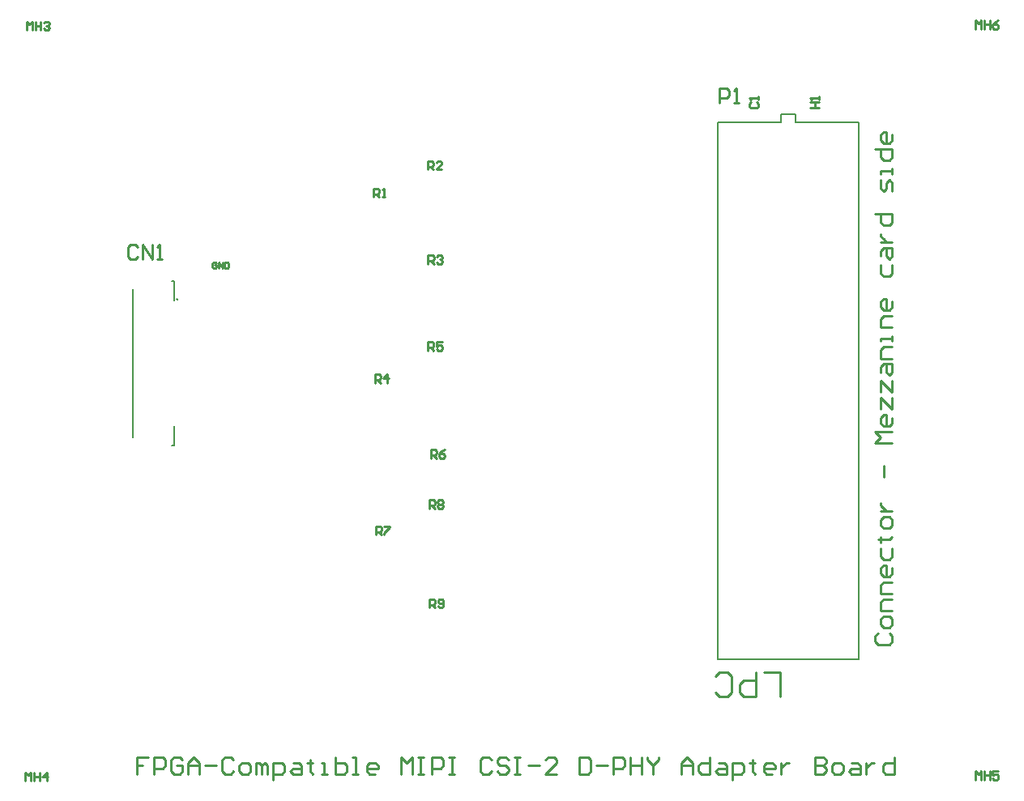
<source format=gto>
G04*
G04 #@! TF.GenerationSoftware,Altium Limited,Altium Designer,21.4.1 (30)*
G04*
G04 Layer_Color=65535*
%FSLAX42Y42*%
%MOMM*%
G71*
G04*
G04 #@! TF.SameCoordinates,E2F270B4-6BBA-4985-9D84-7226317FA361*
G04*
G04*
G04 #@! TF.FilePolarity,Positive*
G04*
G01*
G75*
%ADD10C,0.14*%
%ADD11C,0.20*%
%ADD12C,0.13*%
%ADD13C,0.23*%
D10*
X5882Y8371D02*
G03*
X5882Y8371I-7J0D01*
G01*
D11*
X11529Y4613D02*
Y10222D01*
X12997Y4613D02*
Y10222D01*
X11529Y4613D02*
X12997D01*
X12187Y10310D02*
X12339D01*
X12187Y10222D02*
Y10310D01*
X12339Y10222D02*
Y10310D01*
X11529Y10222D02*
X12187D01*
X12339D02*
X12997D01*
D12*
X5410Y6929D02*
Y8481D01*
X5848Y6846D02*
Y7051D01*
X5815Y6846D02*
X5848D01*
X5815Y8566D02*
X5848D01*
Y8361D02*
Y8566D01*
D13*
X8511Y5150D02*
Y5239D01*
X8556D01*
X8570Y5224D01*
Y5194D01*
X8556Y5179D01*
X8511D01*
X8541D02*
X8570Y5150D01*
X8600Y5165D02*
X8615Y5150D01*
X8644D01*
X8659Y5165D01*
Y5224D01*
X8644Y5239D01*
X8615D01*
X8600Y5224D01*
Y5209D01*
X8615Y5194D01*
X8659D01*
X11544Y10427D02*
Y10579D01*
X11621D01*
X11646Y10554D01*
Y10503D01*
X11621Y10478D01*
X11544D01*
X11697Y10427D02*
X11747D01*
X11722D01*
Y10579D01*
X11697Y10554D01*
X13200Y4881D02*
X13170Y4851D01*
Y4792D01*
X13200Y4762D01*
X13318D01*
X13348Y4792D01*
Y4851D01*
X13318Y4881D01*
X13348Y4970D02*
Y5029D01*
X13318Y5059D01*
X13259D01*
X13229Y5029D01*
Y4970D01*
X13259Y4940D01*
X13318D01*
X13348Y4970D01*
Y5118D02*
X13229D01*
Y5207D01*
X13259Y5236D01*
X13348D01*
Y5296D02*
X13229D01*
Y5385D01*
X13259Y5414D01*
X13348D01*
Y5562D02*
Y5503D01*
X13318Y5473D01*
X13259D01*
X13229Y5503D01*
Y5562D01*
X13259Y5592D01*
X13288D01*
Y5473D01*
X13229Y5770D02*
Y5681D01*
X13259Y5651D01*
X13318D01*
X13348Y5681D01*
Y5770D01*
X13200Y5859D02*
X13229D01*
Y5829D01*
Y5888D01*
Y5859D01*
X13318D01*
X13348Y5888D01*
Y6007D02*
Y6066D01*
X13318Y6096D01*
X13259D01*
X13229Y6066D01*
Y6007D01*
X13259Y5977D01*
X13318D01*
X13348Y6007D01*
X13229Y6155D02*
X13348D01*
X13288D01*
X13259Y6184D01*
X13229Y6214D01*
Y6244D01*
X13259Y6510D02*
Y6629D01*
X13348Y6866D02*
X13170D01*
X13229Y6925D01*
X13170Y6984D01*
X13348D01*
Y7132D02*
Y7073D01*
X13318Y7044D01*
X13259D01*
X13229Y7073D01*
Y7132D01*
X13259Y7162D01*
X13288D01*
Y7044D01*
X13229Y7221D02*
Y7340D01*
X13348Y7221D01*
Y7340D01*
X13229Y7399D02*
Y7518D01*
X13348Y7399D01*
Y7518D01*
X13229Y7606D02*
Y7666D01*
X13259Y7695D01*
X13348D01*
Y7606D01*
X13318Y7577D01*
X13288Y7606D01*
Y7695D01*
X13348Y7754D02*
X13229D01*
Y7843D01*
X13259Y7873D01*
X13348D01*
Y7932D02*
Y7991D01*
Y7962D01*
X13229D01*
Y7932D01*
X13348Y8080D02*
X13229D01*
Y8169D01*
X13259Y8199D01*
X13348D01*
Y8347D02*
Y8288D01*
X13318Y8258D01*
X13259D01*
X13229Y8288D01*
Y8347D01*
X13259Y8377D01*
X13288D01*
Y8258D01*
X13229Y8732D02*
Y8643D01*
X13259Y8614D01*
X13318D01*
X13348Y8643D01*
Y8732D01*
X13229Y8821D02*
Y8880D01*
X13259Y8910D01*
X13348D01*
Y8821D01*
X13318Y8791D01*
X13288Y8821D01*
Y8910D01*
X13229Y8969D02*
X13348D01*
X13288D01*
X13259Y8999D01*
X13229Y9028D01*
Y9058D01*
X13170Y9265D02*
X13348D01*
Y9176D01*
X13318Y9147D01*
X13259D01*
X13229Y9176D01*
Y9265D01*
X13348Y9502D02*
Y9591D01*
X13318Y9621D01*
X13288Y9591D01*
Y9532D01*
X13259Y9502D01*
X13229Y9532D01*
Y9621D01*
X13348Y9680D02*
Y9739D01*
Y9710D01*
X13229D01*
Y9680D01*
X13170Y9947D02*
X13348D01*
Y9858D01*
X13318Y9828D01*
X13259D01*
X13229Y9858D01*
Y9947D01*
X13348Y10095D02*
Y10036D01*
X13318Y10006D01*
X13259D01*
X13229Y10036D01*
Y10095D01*
X13259Y10124D01*
X13288D01*
Y10006D01*
X12494Y10373D02*
X12582D01*
X12538D01*
Y10432D01*
X12494D01*
X12582D01*
Y10461D02*
Y10491D01*
Y10476D01*
X12494D01*
X12508Y10461D01*
X11873Y10432D02*
X11859Y10417D01*
Y10387D01*
X11873Y10373D01*
X11933D01*
X11947Y10387D01*
Y10417D01*
X11933Y10432D01*
X11947Y10461D02*
Y10491D01*
Y10476D01*
X11859D01*
X11873Y10461D01*
X12179Y4216D02*
Y4470D01*
X12010D01*
X11925D02*
Y4216D01*
X11798D01*
X11756Y4259D01*
Y4343D01*
X11798Y4386D01*
X11925D01*
X11502Y4259D02*
X11545Y4216D01*
X11629D01*
X11671Y4259D01*
Y4428D01*
X11629Y4470D01*
X11545D01*
X11502Y4428D01*
X5461Y8915D02*
X5436Y8941D01*
X5385D01*
X5359Y8915D01*
Y8814D01*
X5385Y8788D01*
X5436D01*
X5461Y8814D01*
X5512Y8788D02*
Y8941D01*
X5613Y8788D01*
Y8941D01*
X5664Y8788D02*
X5715D01*
X5690D01*
Y8941D01*
X5664Y8915D01*
X7929Y9442D02*
Y9531D01*
X7973D01*
X7988Y9517D01*
Y9487D01*
X7973Y9472D01*
X7929D01*
X7959D02*
X7988Y9442D01*
X8018D02*
X8048D01*
X8033D01*
Y9531D01*
X8018Y9517D01*
X8494Y9728D02*
Y9817D01*
X8538D01*
X8553Y9802D01*
Y9773D01*
X8538Y9758D01*
X8494D01*
X8523D02*
X8553Y9728D01*
X8642D02*
X8583D01*
X8642Y9787D01*
Y9802D01*
X8627Y9817D01*
X8597D01*
X8583Y9802D01*
X8498Y8744D02*
Y8833D01*
X8543D01*
X8558Y8818D01*
Y8788D01*
X8543Y8774D01*
X8498D01*
X8528D02*
X8558Y8744D01*
X8587Y8818D02*
X8602Y8833D01*
X8632D01*
X8647Y8818D01*
Y8803D01*
X8632Y8788D01*
X8617D01*
X8632D01*
X8647Y8774D01*
Y8759D01*
X8632Y8744D01*
X8602D01*
X8587Y8759D01*
X7940Y7499D02*
Y7588D01*
X7984D01*
X7999Y7573D01*
Y7544D01*
X7984Y7529D01*
X7940D01*
X7969D02*
X7999Y7499D01*
X8073D02*
Y7588D01*
X8029Y7544D01*
X8088D01*
X8496Y7836D02*
Y7925D01*
X8541D01*
X8556Y7910D01*
Y7880D01*
X8541Y7866D01*
X8496D01*
X8526D02*
X8556Y7836D01*
X8644Y7925D02*
X8585D01*
Y7880D01*
X8615Y7895D01*
X8630D01*
X8644Y7880D01*
Y7851D01*
X8630Y7836D01*
X8600D01*
X8585Y7851D01*
X8524Y6712D02*
Y6801D01*
X8568D01*
X8583Y6786D01*
Y6756D01*
X8568Y6742D01*
X8524D01*
X8553D02*
X8583Y6712D01*
X8672Y6801D02*
X8642Y6786D01*
X8613Y6756D01*
Y6727D01*
X8628Y6712D01*
X8657D01*
X8672Y6727D01*
Y6742D01*
X8657Y6756D01*
X8613D01*
X7952Y5912D02*
Y6001D01*
X7997D01*
X8012Y5986D01*
Y5956D01*
X7997Y5941D01*
X7952D01*
X7982D02*
X8012Y5912D01*
X8041Y6001D02*
X8100D01*
Y5986D01*
X8041Y5927D01*
Y5912D01*
X8509Y6185D02*
Y6274D01*
X8553D01*
X8568Y6259D01*
Y6229D01*
X8553Y6215D01*
X8509D01*
X8539D02*
X8568Y6185D01*
X8598Y6259D02*
X8613Y6274D01*
X8642D01*
X8657Y6259D01*
Y6244D01*
X8642Y6229D01*
X8657Y6215D01*
Y6200D01*
X8642Y6185D01*
X8613D01*
X8598Y6200D01*
Y6215D01*
X8613Y6229D01*
X8598Y6244D01*
Y6259D01*
X8613Y6229D02*
X8642D01*
X14221Y11199D02*
Y11288D01*
X14251Y11258D01*
X14281Y11288D01*
Y11199D01*
X14310Y11288D02*
Y11199D01*
Y11243D01*
X14370D01*
Y11288D01*
Y11199D01*
X14458Y11288D02*
X14429Y11273D01*
X14399Y11243D01*
Y11214D01*
X14414Y11199D01*
X14444D01*
X14458Y11214D01*
Y11228D01*
X14444Y11243D01*
X14399D01*
X14221Y3350D02*
Y3439D01*
X14251Y3410D01*
X14281Y3439D01*
Y3350D01*
X14310Y3439D02*
Y3350D01*
Y3395D01*
X14370D01*
Y3439D01*
Y3350D01*
X14458Y3439D02*
X14399D01*
Y3395D01*
X14429Y3410D01*
X14444D01*
X14458Y3395D01*
Y3365D01*
X14444Y3350D01*
X14414D01*
X14399Y3365D01*
X4290Y3338D02*
Y3426D01*
X4320Y3397D01*
X4349Y3426D01*
Y3338D01*
X4379Y3426D02*
Y3338D01*
Y3382D01*
X4438D01*
Y3426D01*
Y3338D01*
X4512D02*
Y3426D01*
X4468Y3382D01*
X4527D01*
X4303Y11186D02*
Y11275D01*
X4332Y11245D01*
X4362Y11275D01*
Y11186D01*
X4392Y11275D02*
Y11186D01*
Y11231D01*
X4451D01*
Y11275D01*
Y11186D01*
X4481Y11260D02*
X4495Y11275D01*
X4525D01*
X4540Y11260D01*
Y11245D01*
X4525Y11231D01*
X4510D01*
X4525D01*
X4540Y11216D01*
Y11201D01*
X4525Y11186D01*
X4495D01*
X4481Y11201D01*
X6288Y8750D02*
X6278Y8760D01*
X6256D01*
X6246Y8750D01*
Y8708D01*
X6256Y8697D01*
X6278D01*
X6288Y8708D01*
Y8729D01*
X6267D01*
X6309Y8697D02*
Y8760D01*
X6352Y8697D01*
Y8760D01*
X6373D02*
Y8697D01*
X6405D01*
X6415Y8708D01*
Y8750D01*
X6405Y8760D01*
X6373D01*
X5577Y3587D02*
X5458D01*
Y3498D01*
X5518D01*
X5458D01*
Y3410D01*
X5636D02*
Y3587D01*
X5725D01*
X5755Y3558D01*
Y3498D01*
X5725Y3469D01*
X5636D01*
X5932Y3558D02*
X5903Y3587D01*
X5844D01*
X5814Y3558D01*
Y3439D01*
X5844Y3410D01*
X5903D01*
X5932Y3439D01*
Y3498D01*
X5873D01*
X5992Y3410D02*
Y3528D01*
X6051Y3587D01*
X6110Y3528D01*
Y3410D01*
Y3498D01*
X5992D01*
X6169D02*
X6288D01*
X6466Y3558D02*
X6436Y3587D01*
X6377D01*
X6347Y3558D01*
Y3439D01*
X6377Y3410D01*
X6436D01*
X6466Y3439D01*
X6555Y3410D02*
X6614D01*
X6643Y3439D01*
Y3498D01*
X6614Y3528D01*
X6555D01*
X6525Y3498D01*
Y3439D01*
X6555Y3410D01*
X6703D02*
Y3528D01*
X6732D01*
X6762Y3498D01*
Y3410D01*
Y3498D01*
X6792Y3528D01*
X6821Y3498D01*
Y3410D01*
X6880Y3350D02*
Y3528D01*
X6969D01*
X6999Y3498D01*
Y3439D01*
X6969Y3410D01*
X6880D01*
X7088Y3528D02*
X7147D01*
X7177Y3498D01*
Y3410D01*
X7088D01*
X7058Y3439D01*
X7088Y3469D01*
X7177D01*
X7266Y3558D02*
Y3528D01*
X7236D01*
X7295D01*
X7266D01*
Y3439D01*
X7295Y3410D01*
X7384D02*
X7443D01*
X7414D01*
Y3528D01*
X7384D01*
X7532Y3587D02*
Y3410D01*
X7621D01*
X7651Y3439D01*
Y3469D01*
Y3498D01*
X7621Y3528D01*
X7532D01*
X7710Y3410D02*
X7769D01*
X7739D01*
Y3587D01*
X7710D01*
X7947Y3410D02*
X7888D01*
X7858Y3439D01*
Y3498D01*
X7888Y3528D01*
X7947D01*
X7976Y3498D01*
Y3469D01*
X7858D01*
X8213Y3410D02*
Y3587D01*
X8273Y3528D01*
X8332Y3587D01*
Y3410D01*
X8391Y3587D02*
X8450D01*
X8421D01*
Y3410D01*
X8391D01*
X8450D01*
X8539D02*
Y3587D01*
X8628D01*
X8658Y3558D01*
Y3498D01*
X8628Y3469D01*
X8539D01*
X8717Y3587D02*
X8776D01*
X8747D01*
Y3410D01*
X8717D01*
X8776D01*
X9161Y3558D02*
X9132Y3587D01*
X9073D01*
X9043Y3558D01*
Y3439D01*
X9073Y3410D01*
X9132D01*
X9161Y3439D01*
X9339Y3558D02*
X9310Y3587D01*
X9250D01*
X9221Y3558D01*
Y3528D01*
X9250Y3498D01*
X9310D01*
X9339Y3469D01*
Y3439D01*
X9310Y3410D01*
X9250D01*
X9221Y3439D01*
X9398Y3587D02*
X9458D01*
X9428D01*
Y3410D01*
X9398D01*
X9458D01*
X9547Y3498D02*
X9665D01*
X9843Y3410D02*
X9724D01*
X9843Y3528D01*
Y3558D01*
X9813Y3587D01*
X9754D01*
X9724Y3558D01*
X10080Y3587D02*
Y3410D01*
X10169D01*
X10198Y3439D01*
Y3558D01*
X10169Y3587D01*
X10080D01*
X10258Y3498D02*
X10376D01*
X10435Y3410D02*
Y3587D01*
X10524D01*
X10554Y3558D01*
Y3498D01*
X10524Y3469D01*
X10435D01*
X10613Y3587D02*
Y3410D01*
Y3498D01*
X10731D01*
Y3587D01*
Y3410D01*
X10791Y3587D02*
Y3558D01*
X10850Y3498D01*
X10909Y3558D01*
Y3587D01*
X10850Y3498D02*
Y3410D01*
X11146D02*
Y3528D01*
X11205Y3587D01*
X11265Y3528D01*
Y3410D01*
Y3498D01*
X11146D01*
X11442Y3587D02*
Y3410D01*
X11354D01*
X11324Y3439D01*
Y3498D01*
X11354Y3528D01*
X11442D01*
X11531D02*
X11591D01*
X11620Y3498D01*
Y3410D01*
X11531D01*
X11502Y3439D01*
X11531Y3469D01*
X11620D01*
X11679Y3350D02*
Y3528D01*
X11768D01*
X11798Y3498D01*
Y3439D01*
X11768Y3410D01*
X11679D01*
X11887Y3558D02*
Y3528D01*
X11857D01*
X11916D01*
X11887D01*
Y3439D01*
X11916Y3410D01*
X12094D02*
X12035D01*
X12005Y3439D01*
Y3498D01*
X12035Y3528D01*
X12094D01*
X12124Y3498D01*
Y3469D01*
X12005D01*
X12183Y3528D02*
Y3410D01*
Y3469D01*
X12213Y3498D01*
X12242Y3528D01*
X12272D01*
X12539Y3587D02*
Y3410D01*
X12627D01*
X12657Y3439D01*
Y3469D01*
X12627Y3498D01*
X12539D01*
X12627D01*
X12657Y3528D01*
Y3558D01*
X12627Y3587D01*
X12539D01*
X12746Y3410D02*
X12805D01*
X12835Y3439D01*
Y3498D01*
X12805Y3528D01*
X12746D01*
X12716Y3498D01*
Y3439D01*
X12746Y3410D01*
X12924Y3528D02*
X12983D01*
X13013Y3498D01*
Y3410D01*
X12924D01*
X12894Y3439D01*
X12924Y3469D01*
X13013D01*
X13072Y3528D02*
Y3410D01*
Y3469D01*
X13101Y3498D01*
X13131Y3528D01*
X13161D01*
X13368Y3587D02*
Y3410D01*
X13279D01*
X13250Y3439D01*
Y3498D01*
X13279Y3528D01*
X13368D01*
M02*

</source>
